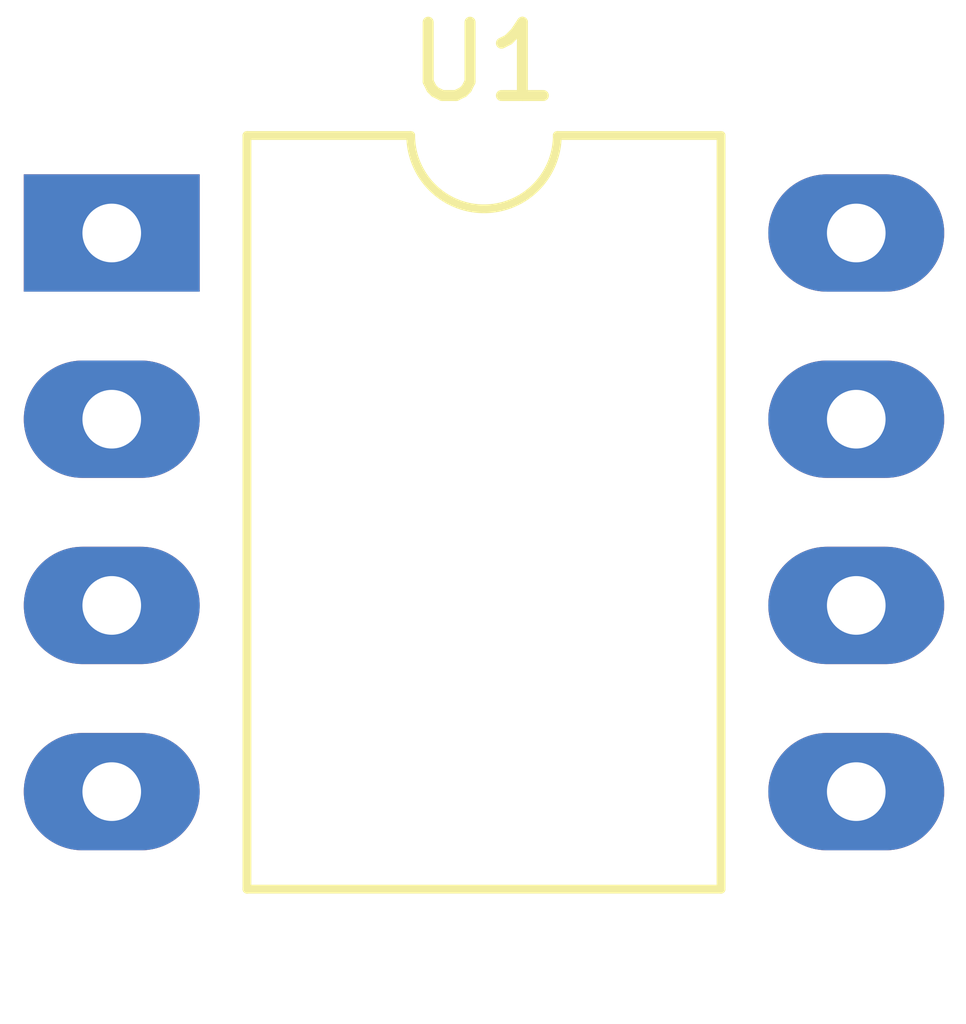
<source format=kicad_pcb>
(kicad_pcb (version 20171130) (host pcbnew "(5.0.1)-3")

  (general
    (thickness 1.6)
    (drawings 0)
    (tracks 0)
    (zones 0)
    (modules 1)
    (nets 9)
  )

  (page A4)
  (layers
    (0 F.Cu signal)
    (31 B.Cu signal)
    (32 B.Adhes user)
    (33 F.Adhes user)
    (34 B.Paste user)
    (35 F.Paste user)
    (36 B.SilkS user)
    (37 F.SilkS user)
    (38 B.Mask user)
    (39 F.Mask user)
    (40 Dwgs.User user)
    (41 Cmts.User user)
    (42 Eco1.User user)
    (43 Eco2.User user)
    (44 Edge.Cuts user)
    (45 Margin user)
    (46 B.CrtYd user)
    (47 F.CrtYd user)
    (48 B.Fab user)
    (49 F.Fab user)
  )

  (setup
    (last_trace_width 0.25)
    (trace_clearance 0.2)
    (zone_clearance 0.508)
    (zone_45_only no)
    (trace_min 0.2)
    (segment_width 0.2)
    (edge_width 0.15)
    (via_size 0.8)
    (via_drill 0.4)
    (via_min_size 0.4)
    (via_min_drill 0.3)
    (uvia_size 0.3)
    (uvia_drill 0.1)
    (uvias_allowed no)
    (uvia_min_size 0.2)
    (uvia_min_drill 0.1)
    (pcb_text_width 0.3)
    (pcb_text_size 1.5 1.5)
    (mod_edge_width 0.15)
    (mod_text_size 1 1)
    (mod_text_width 0.15)
    (pad_size 1.524 1.524)
    (pad_drill 0.762)
    (pad_to_mask_clearance 0.051)
    (solder_mask_min_width 0.25)
    (aux_axis_origin 0 0)
    (visible_elements FFFFFF7F)
    (pcbplotparams
      (layerselection 0x010fc_ffffffff)
      (usegerberextensions false)
      (usegerberattributes false)
      (usegerberadvancedattributes false)
      (creategerberjobfile false)
      (excludeedgelayer true)
      (linewidth 0.100000)
      (plotframeref false)
      (viasonmask false)
      (mode 1)
      (useauxorigin false)
      (hpglpennumber 1)
      (hpglpenspeed 20)
      (hpglpendiameter 15.000000)
      (psnegative false)
      (psa4output false)
      (plotreference true)
      (plotvalue true)
      (plotinvisibletext false)
      (padsonsilk false)
      (subtractmaskfromsilk false)
      (outputformat 1)
      (mirror false)
      (drillshape 1)
      (scaleselection 1)
      (outputdirectory ""))
  )

  (net 0 "")
  (net 1 "Net-(U1-Pad8)")
  (net 2 "Net-(U1-Pad4)")
  (net 3 "Net-(U1-Pad7)")
  (net 4 "Net-(U1-Pad3)")
  (net 5 "Net-(U1-Pad6)")
  (net 6 "Net-(U1-Pad2)")
  (net 7 "Net-(U1-Pad5)")
  (net 8 "Net-(U1-Pad1)")

  (net_class Default "This is the default net class."
    (clearance 0.2)
    (trace_width 0.25)
    (via_dia 0.8)
    (via_drill 0.4)
    (uvia_dia 0.3)
    (uvia_drill 0.1)
    (add_net "Net-(U1-Pad1)")
    (add_net "Net-(U1-Pad2)")
    (add_net "Net-(U1-Pad3)")
    (add_net "Net-(U1-Pad4)")
    (add_net "Net-(U1-Pad5)")
    (add_net "Net-(U1-Pad6)")
    (add_net "Net-(U1-Pad7)")
    (add_net "Net-(U1-Pad8)")
  )

  (module Housings_DIP:DIP-8_W10.16mm_LongPads (layer F.Cu) (tedit 59C78D6B) (tstamp 5BC75A5E)
    (at 103.505 99.822)
    (descr "8-lead though-hole mounted DIP package, row spacing 10.16 mm (400 mils), LongPads")
    (tags "THT DIP DIL PDIP 2.54mm 10.16mm 400mil LongPads")
    (path /5BC7CA93)
    (fp_text reference U1 (at 5.08 -2.33) (layer F.SilkS)
      (effects (font (size 1 1) (thickness 0.15)))
    )
    (fp_text value LM555 (at 5.08 9.95) (layer F.Fab)
      (effects (font (size 1 1) (thickness 0.15)))
    )
    (fp_text user %R (at 5.08 3.81) (layer F.Fab)
      (effects (font (size 1 1) (thickness 0.15)))
    )
    (fp_line (start 11.65 -1.55) (end -1.5 -1.55) (layer F.CrtYd) (width 0.05))
    (fp_line (start 11.65 9.15) (end 11.65 -1.55) (layer F.CrtYd) (width 0.05))
    (fp_line (start -1.5 9.15) (end 11.65 9.15) (layer F.CrtYd) (width 0.05))
    (fp_line (start -1.5 -1.55) (end -1.5 9.15) (layer F.CrtYd) (width 0.05))
    (fp_line (start 8.315 -1.33) (end 6.08 -1.33) (layer F.SilkS) (width 0.12))
    (fp_line (start 8.315 8.95) (end 8.315 -1.33) (layer F.SilkS) (width 0.12))
    (fp_line (start 1.845 8.95) (end 8.315 8.95) (layer F.SilkS) (width 0.12))
    (fp_line (start 1.845 -1.33) (end 1.845 8.95) (layer F.SilkS) (width 0.12))
    (fp_line (start 4.08 -1.33) (end 1.845 -1.33) (layer F.SilkS) (width 0.12))
    (fp_line (start 1.905 -0.27) (end 2.905 -1.27) (layer F.Fab) (width 0.1))
    (fp_line (start 1.905 8.89) (end 1.905 -0.27) (layer F.Fab) (width 0.1))
    (fp_line (start 8.255 8.89) (end 1.905 8.89) (layer F.Fab) (width 0.1))
    (fp_line (start 8.255 -1.27) (end 8.255 8.89) (layer F.Fab) (width 0.1))
    (fp_line (start 2.905 -1.27) (end 8.255 -1.27) (layer F.Fab) (width 0.1))
    (fp_arc (start 5.08 -1.33) (end 4.08 -1.33) (angle -180) (layer F.SilkS) (width 0.12))
    (pad 8 thru_hole oval (at 10.16 0) (size 2.4 1.6) (drill 0.8) (layers *.Cu *.Mask)
      (net 1 "Net-(U1-Pad8)"))
    (pad 4 thru_hole oval (at 0 7.62) (size 2.4 1.6) (drill 0.8) (layers *.Cu *.Mask)
      (net 2 "Net-(U1-Pad4)"))
    (pad 7 thru_hole oval (at 10.16 2.54) (size 2.4 1.6) (drill 0.8) (layers *.Cu *.Mask)
      (net 3 "Net-(U1-Pad7)"))
    (pad 3 thru_hole oval (at 0 5.08) (size 2.4 1.6) (drill 0.8) (layers *.Cu *.Mask)
      (net 4 "Net-(U1-Pad3)"))
    (pad 6 thru_hole oval (at 10.16 5.08) (size 2.4 1.6) (drill 0.8) (layers *.Cu *.Mask)
      (net 5 "Net-(U1-Pad6)"))
    (pad 2 thru_hole oval (at 0 2.54) (size 2.4 1.6) (drill 0.8) (layers *.Cu *.Mask)
      (net 6 "Net-(U1-Pad2)"))
    (pad 5 thru_hole oval (at 10.16 7.62) (size 2.4 1.6) (drill 0.8) (layers *.Cu *.Mask)
      (net 7 "Net-(U1-Pad5)"))
    (pad 1 thru_hole rect (at 0 0) (size 2.4 1.6) (drill 0.8) (layers *.Cu *.Mask)
      (net 8 "Net-(U1-Pad1)"))
    (model ${KISYS3DMOD}/Housings_DIP.3dshapes/DIP-8_W10.16mm.wrl
      (at (xyz 0 0 0))
      (scale (xyz 1 1 1))
      (rotate (xyz 0 0 0))
    )
  )

)

</source>
